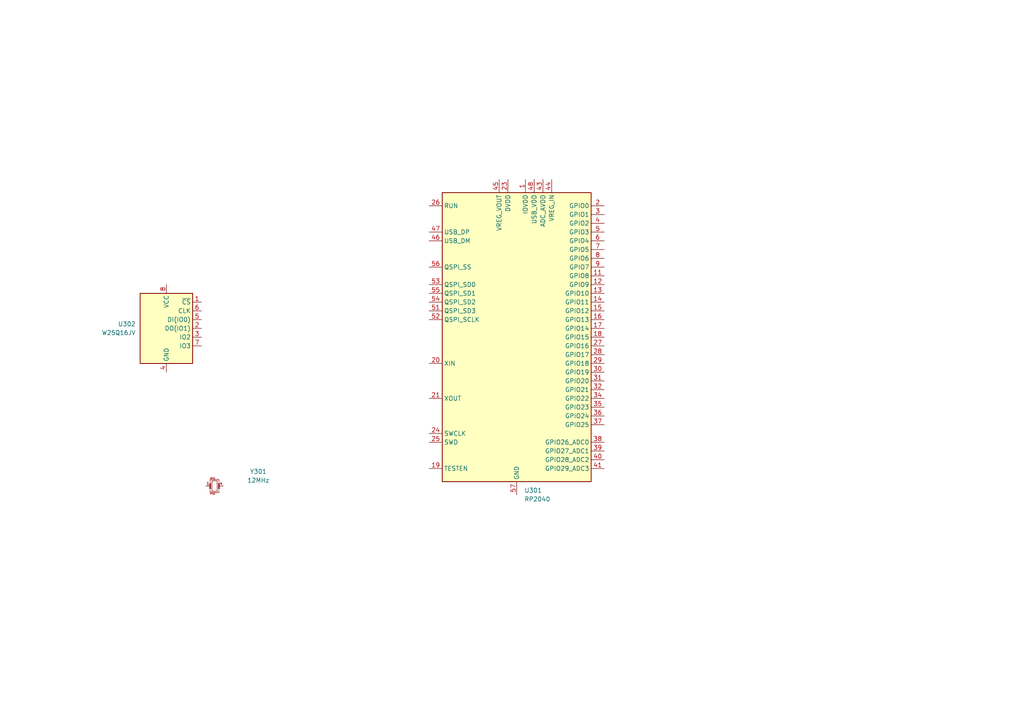
<source format=kicad_sch>
(kicad_sch (version 20230121) (generator eeschema)
  (paper "A4")
  (lib_symbols
    (symbol "Device:Crystal_GND23_Small" (pin_names (offset 1.016) hide)
      (property "Reference" "Y" (at 1.27 4.445 0))
      (property "Value" "Crystal_GND23_Small" (at 1.27 2.54 0))
      (symbol "Crystal_GND23_Small_0_1"
        (rectangle (start -0.762 -1.524) (end 0.762 1.524))
        (polyline (pts (xy -1.27 -0.762) (xy -1.27 0.762)) (stroke (width 0.381)))
        (polyline (pts (xy 1.27 -0.762) (xy 1.27 0.762)) (stroke (width 0.381)))
        (polyline (pts (xy -1.27 -1.27) (xy -1.27 -1.905) (xy 1.27 -1.905) (xy 1.27 -1.27)))
        (polyline (pts (xy -1.27 1.27) (xy -1.27 1.905) (xy 1.27 1.905) (xy 1.27 1.27)))
      )
      (symbol "Crystal_GND23_Small_1_1"
        (pin passive line (at -2.54 0 0) (length 1.27) (name "1") (number "1"))
        (pin passive line (at 0 -2.54 90) (length 0.635) (name "2") (number "2"))
        (pin passive line (at 0 2.54 270) (length 0.635) (name "3") (number "3"))
        (pin passive line (at 2.54 0 180) (length 1.27) (name "4") (number "4"))
      )
    )
    (symbol "MCU_RaspberryPi:RP2040"
      (property "Reference" "U" (at 17.78 45.72 0))
      (property "Value" "RP2040" (at 17.78 43.18 0))
      (symbol "RP2040_0_1"
        (rectangle (start -21.59 41.91) (end 21.59 -41.91) (stroke (width 0.254)) (fill (type background)))
      )
      (symbol "RP2040_1_1"
        (pin power_in line (at 2.54 45.72 270) (length 3.81) (name "IOVDD") (number "1"))
        (pin passive line (at 2.54 45.72 270) (length 3.81) hide (name "IOVDD") (number "10"))
        (pin bidirectional line (at 25.4 17.78 180) (length 3.81) (name "GPIO8") (number "11"))
        (pin bidirectional line (at 25.4 15.24 180) (length 3.81) (name "GPIO9") (number "12"))
        (pin bidirectional line (at 25.4 12.7 180) (length 3.81) (name "GPIO10") (number "13"))
        (pin bidirectional line (at 25.4 10.16 180) (length 3.81) (name "GPIO11") (number "14"))
        (pin bidirectional line (at 25.4 7.62 180) (length 3.81) (name "GPIO12") (number "15"))
        (pin bidirectional line (at 25.4 5.08 180) (length 3.81) (name "GPIO13") (number "16"))
        (pin bidirectional line (at 25.4 2.54 180) (length 3.81) (name "GPIO14") (number "17"))
        (pin bidirectional line (at 25.4 0 180) (length 3.81) (name "GPIO15") (number "18"))
        (pin input line (at -25.4 -38.1 0) (length 3.81) (name "TESTEN") (number "19"))
        (pin bidirectional line (at 25.4 38.1 180) (length 3.81) (name "GPIO0") (number "2"))
        (pin input line (at -25.4 -7.62 0) (length 3.81) (name "XIN") (number "20"))
        (pin passive line (at -25.4 -17.78 0) (length 3.81) (name "XOUT") (number "21"))
        (pin passive line (at 2.54 45.72 270) (length 3.81) hide (name "IOVDD") (number "22"))
        (pin power_in line (at -2.54 45.72 270) (length 3.81) (name "DVDD") (number "23"))
        (pin input line (at -25.4 -27.94 0) (length 3.81) (name "SWCLK") (number "24"))
        (pin bidirectional line (at -25.4 -30.48 0) (length 3.81) (name "SWD") (number "25"))
        (pin input line (at -25.4 38.1 0) (length 3.81) (name "RUN") (number "26"))
        (pin bidirectional line (at 25.4 -2.54 180) (length 3.81) (name "GPIO16") (number "27"))
        (pin bidirectional line (at 25.4 -5.08 180) (length 3.81) (name "GPIO17") (number "28"))
        (pin bidirectional line (at 25.4 -7.62 180) (length 3.81) (name "GPIO18") (number "29"))
        (pin bidirectional line (at 25.4 35.56 180) (length 3.81) (name "GPIO1") (number "3"))
        (pin bidirectional line (at 25.4 -10.16 180) (length 3.81) (name "GPIO19") (number "30"))
        (pin bidirectional line (at 25.4 -12.7 180) (length 3.81) (name "GPIO20") (number "31"))
        (pin bidirectional line (at 25.4 -15.24 180) (length 3.81) (name "GPIO21") (number "32"))
        (pin passive line (at 2.54 45.72 270) (length 3.81) hide (name "IOVDD") (number "33"))
        (pin bidirectional line (at 25.4 -17.78 180) (length 3.81) (name "GPIO22") (number "34"))
        (pin bidirectional line (at 25.4 -20.32 180) (length 3.81) (name "GPIO23") (number "35"))
        (pin bidirectional line (at 25.4 -22.86 180) (length 3.81) (name "GPIO24") (number "36"))
        (pin bidirectional line (at 25.4 -25.4 180) (length 3.81) (name "GPIO25") (number "37"))
        (pin bidirectional line (at 25.4 -30.48 180) (length 3.81) (name "GPIO26_ADC0") (number "38"))
        (pin bidirectional line (at 25.4 -33.02 180) (length 3.81) (name "GPIO27_ADC1") (number "39"))
        (pin bidirectional line (at 25.4 33.02 180) (length 3.81) (name "GPIO2") (number "4"))
        (pin bidirectional line (at 25.4 -35.56 180) (length 3.81) (name "GPIO28_ADC2") (number "40"))
        (pin bidirectional line (at 25.4 -38.1 180) (length 3.81) (name "GPIO29_ADC3") (number "41"))
        (pin passive line (at 2.54 45.72 270) (length 3.81) hide (name "IOVDD") (number "42"))
        (pin power_in line (at 7.62 45.72 270) (length 3.81) (name "ADC_AVDD") (number "43"))
        (pin power_in line (at 10.16 45.72 270) (length 3.81) (name "VREG_IN") (number "44"))
        (pin power_out line (at -5.08 45.72 270) (length 3.81) (name "VREG_VOUT") (number "45"))
        (pin bidirectional line (at -25.4 27.94 0) (length 3.81) (name "USB_DM") (number "46"))
        (pin bidirectional line (at -25.4 30.48 0) (length 3.81) (name "USB_DP") (number "47"))
        (pin power_in line (at 5.08 45.72 270) (length 3.81) (name "USB_VDD") (number "48"))
        (pin passive line (at 2.54 45.72 270) (length 3.81) hide (name "IOVDD") (number "49"))
        (pin bidirectional line (at 25.4 30.48 180) (length 3.81) (name "GPIO3") (number "5"))
        (pin passive line (at -2.54 45.72 270) (length 3.81) hide (name "DVDD") (number "50"))
        (pin bidirectional line (at -25.4 7.62 0) (length 3.81) (name "QSPI_SD3") (number "51"))
        (pin output line (at -25.4 5.08 0) (length 3.81) (name "QSPI_SCLK") (number "52"))
        (pin bidirectional line (at -25.4 15.24 0) (length 3.81) (name "QSPI_SD0") (number "53"))
        (pin bidirectional line (at -25.4 10.16 0) (length 3.81) (name "QSPI_SD2") (number "54"))
        (pin bidirectional line (at -25.4 12.7 0) (length 3.81) (name "QSPI_SD1") (number "55"))
        (pin bidirectional line (at -25.4 20.32 0) (length 3.81) (name "QSPI_SS") (number "56"))
        (pin power_in line (at 0 -45.72 90) (length 3.81) (name "GND") (number "57"))
        (pin bidirectional line (at 25.4 27.94 180) (length 3.81) (name "GPIO4") (number "6"))
        (pin bidirectional line (at 25.4 25.4 180) (length 3.81) (name "GPIO5") (number "7"))
        (pin bidirectional line (at 25.4 22.86 180) (length 3.81) (name "GPIO6") (number "8"))
        (pin bidirectional line (at 25.4 20.32 180) (length 3.81) (name "GPIO7") (number "9"))
      )
    )
    (symbol "Memory_Flash:W25Q128JVS"
      (property "Reference" "U" (at -8.89 8.89 0))
      (property "Value" "W25Q128JVS" (at 7.62 8.89 0))
      (symbol "W25Q128JVS_0_1"
        (rectangle (start -7.62 10.16) (end 7.62 -10.16) (stroke (width 0.254)) (fill (type background)))
      )
      (symbol "W25Q128JVS_1_1"
        (pin input line (at -10.16 7.62 0) (length 2.54) (name "~{CS}") (number "1"))
        (pin bidirectional line (at -10.16 0 0) (length 2.54) (name "DO(IO1)") (number "2"))
        (pin bidirectional line (at -10.16 -2.54 0) (length 2.54) (name "IO2") (number "3"))
        (pin power_in line (at 0 -12.7 90) (length 2.54) (name "GND") (number "4"))
        (pin bidirectional line (at -10.16 2.54 0) (length 2.54) (name "DI(IO0)") (number "5"))
        (pin input line (at -10.16 5.08 0) (length 2.54) (name "CLK") (number "6"))
        (pin bidirectional line (at -10.16 -5.08 0) (length 2.54) (name "IO3") (number "7"))
        (pin power_in line (at 0 12.7 270) (length 2.54) (name "VCC") (number "8"))
      )
    )
  )
  (symbol (lib_id "MCU_RaspberryPi:RP2040") (at 149.86 97.79 0) (unit 1)
    (property "Reference" "U301" (at 152.0541 142.24 0) (effects (justify left)))
    (property "Value" "RP2040" (at 152.0541 144.78 0) (effects (justify left)))
    (property "Footprint" "Package_DFN_QFN:QFN-56-1EP_7x7mm_P0.4mm_EP3.2x3.2mm" (effects hide))
    (property "Datasheet" "https://datasheets.raspberrypi.com/rp2040/rp2040-datasheet.pdf" (effects hide))
  )
  (symbol (lib_id "Memory_Flash:W25Q128JVS") (at 48.26 95.25 0) (mirror y) (unit 1)
    (property "Reference" "U302" (at 39.37 93.98 0) (effects (justify left)))
    (property "Value" "W25Q16JV" (at 39.37 96.52 0) (effects (justify left)))
    (property "Footprint" "Package_SO:SOIC-8_5.23x5.23mm_P1.27mm" (effects hide))
    (property "Datasheet" "https://www.winbond.com/resource-files/w25q16jv%20spi%20revg%2003222018%20plus.pdf" (effects hide))
    (property "Part Number" "W25Q16JVSSIQ" (effects hide))
    (property "Manufacturer" "Winbond Electronics" (effects hide))
  )
  (symbol (lib_id "Device:Crystal_GND23_Small") (at 62.23 140.97 0) (unit 1)
    (property "Reference" "Y301" (at 74.93 136.7791 0))
    (property "Value" "12MHz" (at 74.93 139.3191 0))
    (property "Footprint" "Crystal:Crystal_SMD_Abracon_ABM8G-4Pin_3.2x2.5mm" (effects hide))
    (property "Datasheet" "https://mm.digikey.com/Volume0/opasdata/d220001/medias/docus/6536/ABM8_Datasheet.pdf" (effects hide))
    (property "Part Number" "ABM8-272-T3" (effects hide))
    (property "Manufacturer" "Abracon LLC" (effects hide))
  )
)
</source>
